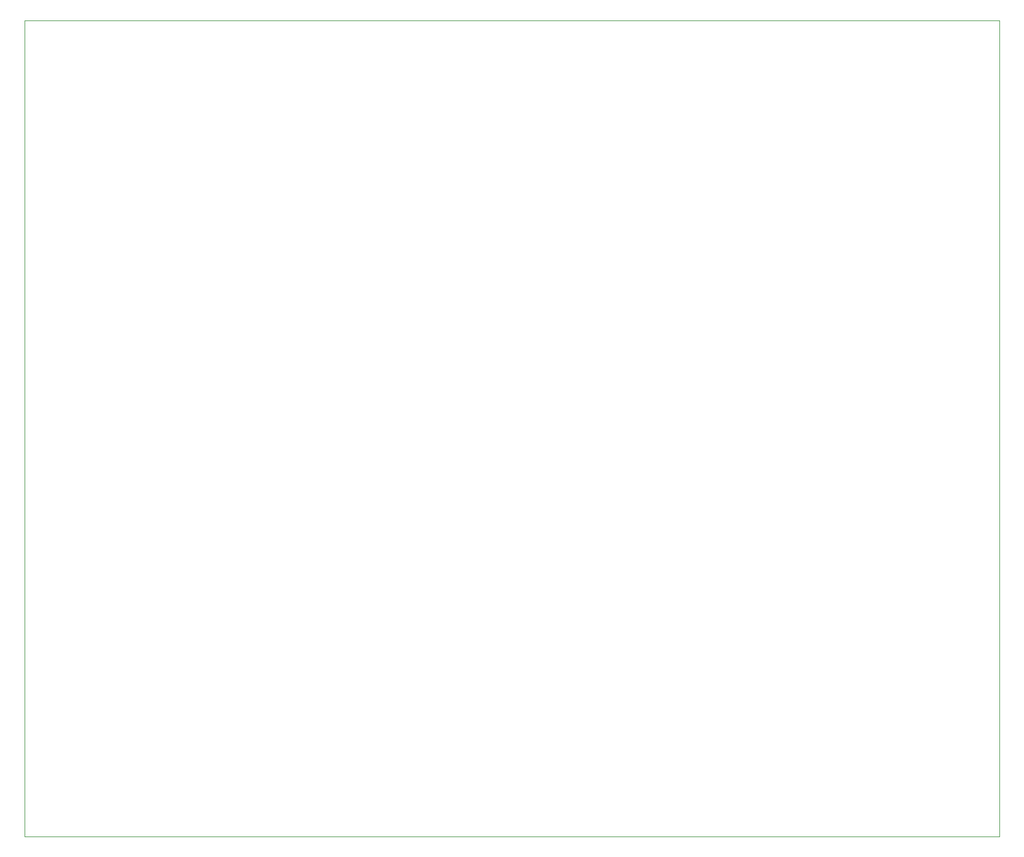
<source format=gbr>
G04 #@! TF.GenerationSoftware,KiCad,Pcbnew,(5.1.2)-2*
G04 #@! TF.CreationDate,2019-07-10T18:17:04-03:00*
G04 #@! TF.ProjectId,kicad_ampli,6b696361-645f-4616-9d70-6c692e6b6963,rev?*
G04 #@! TF.SameCoordinates,Original*
G04 #@! TF.FileFunction,Profile,NP*
%FSLAX46Y46*%
G04 Gerber Fmt 4.6, Leading zero omitted, Abs format (unit mm)*
G04 Created by KiCad (PCBNEW (5.1.2)-2) date 2019-07-10 18:17:04*
%MOMM*%
%LPD*%
G04 APERTURE LIST*
%ADD10C,0.050000*%
G04 APERTURE END LIST*
D10*
X41910000Y-26670000D02*
X41910000Y-144780000D01*
X182880000Y-26670000D02*
X41910000Y-26670000D01*
X182880000Y-144780000D02*
X182880000Y-26670000D01*
X41910000Y-144780000D02*
X182880000Y-144780000D01*
M02*

</source>
